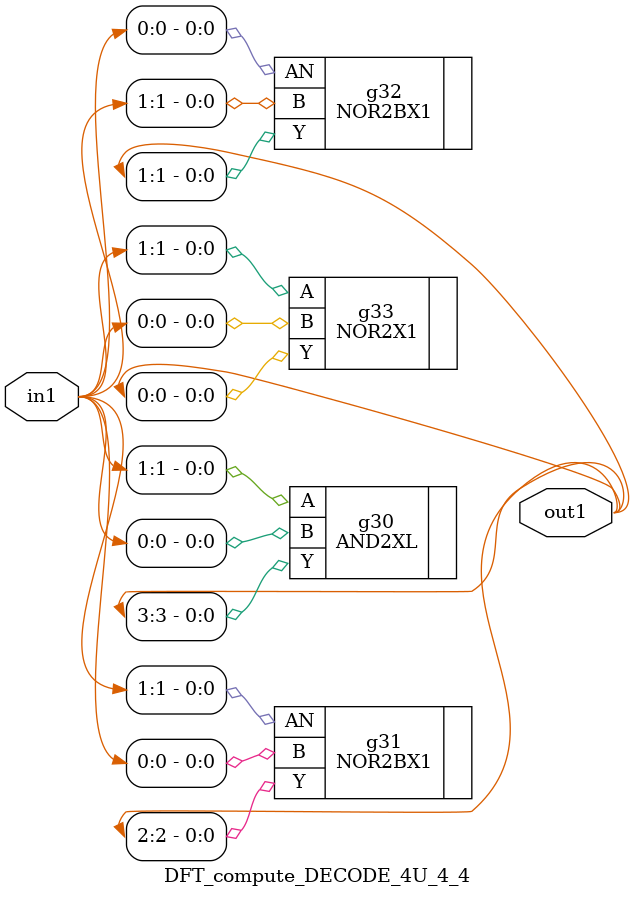
<source format=v>
`timescale 1ps / 1ps


module DFT_compute_DECODE_4U_4_4(in1, out1);
  input [1:0] in1;
  output [3:0] out1;
  wire [1:0] in1;
  wire [3:0] out1;
  AND2XL g30(.A (in1[1]), .B (in1[0]), .Y (out1[3]));
  NOR2BX1 g31(.AN (in1[1]), .B (in1[0]), .Y (out1[2]));
  NOR2BX1 g32(.AN (in1[0]), .B (in1[1]), .Y (out1[1]));
  NOR2X1 g33(.A (in1[1]), .B (in1[0]), .Y (out1[0]));
endmodule



</source>
